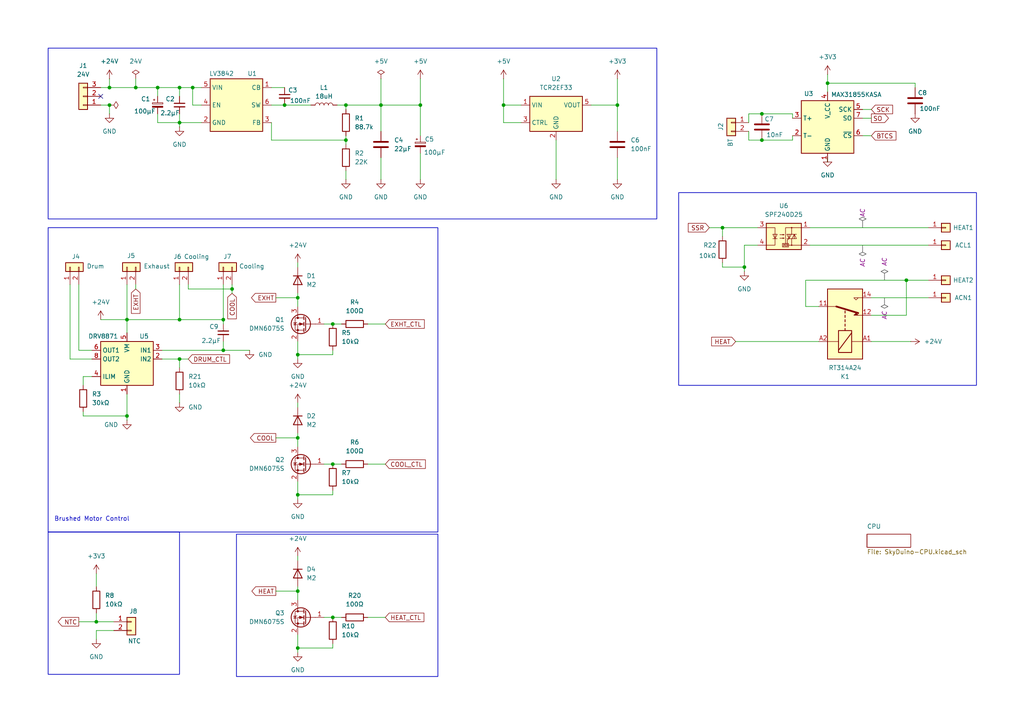
<source format=kicad_sch>
(kicad_sch (version 20231120) (generator "eeschema") (generator_version "8.0")
  (paper "A4")
  (title_block (title "SkyDuino Roaster") (date "2024-05-29") (rev "${RELEASE_VERSION}") (company "Raz-1") (comment 2 "${COMMIT_DATE_LONG}") (comment 3 "${COMMIT_HASH}"))
  (junction (at 31.75 25.4))
  (junction (at 64.77 92.71))
  (junction (at 55.88 25.4))
  (junction (at 146.05 30.48))
  (junction (at 110.49 30.48))
  (junction (at 86.36 171.45))
  (junction (at 100.33 30.48))
  (junction (at 82.55 30.48))
  (junction (at 52.07 92.71))
  (junction (at 86.36 143.51))
  (junction (at 121.92 30.48))
  (junction (at 215.9 77.47))
  (junction (at 36.83 92.71))
  (junction (at 45.72 25.4))
  (junction (at 209.55 66.04))
  (junction (at 27.94 180.34))
  (junction (at 86.36 187.96))
  (junction (at 86.36 86.36))
  (junction (at 31.75 30.48))
  (junction (at 52.07 25.4))
  (junction (at 262.89 81.28))
  (junction (at 179.07 30.48))
  (junction (at 100.33 40.64))
  (junction (at 220.98 40.64))
  (junction (at 96.52 179.07))
  (junction (at 67.31 83.82))
  (junction (at 96.52 134.62))
  (junction (at 240.03 24.13))
  (junction (at 96.52 93.98))
  (junction (at 86.36 102.87))
  (junction (at 36.83 120.65))
  (junction (at 39.37 25.4))
  (junction (at 52.07 104.14))
  (junction (at 220.98 33.02))
  (junction (at 64.77 101.6))
  (junction (at 52.07 35.56))
  (junction (at 86.36 127))
  (no_connect (at 29.21 27.94))
  (wire (pts (xy 100.33 40.64) (xy 100.33 41.91)))
  (wire (pts (xy 26.67 104.14) (xy 20.32 104.14)))
  (wire (pts (xy 22.86 101.6) (xy 26.67 101.6)))
  (wire (pts (xy 262.89 91.44) (xy 262.89 81.28)))
  (wire (pts (xy 234.95 71.12) (xy 269.24 71.12)))
  (wire (pts (xy 100.33 30.48) (xy 100.33 31.75)))
  (wire (pts (xy 22.86 180.34) (xy 27.94 180.34)))
  (wire (pts (xy 24.13 109.22) (xy 24.13 111.76)))
  (wire (pts (xy 252.73 91.44) (xy 262.89 91.44)))
  (wire (pts (xy 265.43 25.4) (xy 265.43 24.13)))
  (wire (pts (xy 265.43 24.13) (xy 240.03 24.13)))
  (wire (pts (xy 179.07 45.72) (xy 179.07 52.07)))
  (wire (pts (xy 78.74 30.48) (xy 82.55 30.48)))
  (wire (pts (xy 233.68 88.9) (xy 233.68 81.28)))
  (wire (pts (xy 252.73 86.36) (xy 269.24 86.36)))
  (wire (pts (xy 52.07 35.56) (xy 58.42 35.56)))
  (wire (pts (xy 86.36 99.06) (xy 86.36 102.87)))
  (wire (pts (xy 80.01 86.36) (xy 86.36 86.36)))
  (wire (pts (xy 72.39 101.6) (xy 64.77 101.6)))
  (wire (pts (xy 52.07 104.14) (xy 52.07 106.68)))
  (wire (pts (xy 215.9 71.12) (xy 215.9 77.47)))
  (wire (pts (xy 67.31 83.82) (xy 54.61 83.82)))
  (wire (pts (xy 24.13 119.38) (xy 24.13 120.65)))
  (wire (pts (xy 97.79 30.48) (xy 100.33 30.48)))
  (wire (pts (xy 215.9 77.47) (xy 215.9 78.74)))
  (wire (pts (xy 209.55 77.47) (xy 215.9 77.47)))
  (wire (pts (xy 29.21 92.71) (xy 36.83 92.71)))
  (wire (pts (xy 93.98 134.62) (xy 96.52 134.62)))
  (wire (pts (xy 58.42 30.48) (xy 55.88 30.48)))
  (wire (pts (xy 86.36 170.18) (xy 86.36 171.45)))
  (wire (pts (xy 121.92 44.45) (xy 121.92 52.07)))
  (wire (pts (xy 86.36 127) (xy 86.36 129.54)))
  (wire (pts (xy 86.36 102.87) (xy 86.36 104.14)))
  (wire (pts (xy 106.68 93.98) (xy 111.76 93.98)))
  (wire (pts (xy 219.71 71.12) (xy 215.9 71.12)))
  (wire (pts (xy 250.19 39.37) (xy 252.73 39.37)))
  (wire (pts (xy 82.55 30.48) (xy 90.17 30.48)))
  (wire (pts (xy 250.19 34.29) (xy 252.73 34.29)))
  (wire (pts (xy 31.75 25.4) (xy 31.75 22.86)))
  (wire (pts (xy 36.83 114.3) (xy 36.83 120.65)))
  (wire (pts (xy 29.21 30.48) (xy 31.75 30.48)))
  (wire (pts (xy 52.07 104.14) (xy 54.61 104.14)))
  (wire (pts (xy 121.92 30.48) (xy 121.92 39.37)))
  (wire (pts (xy 96.52 186.69) (xy 96.52 187.96)))
  (wire (pts (xy 252.73 99.06) (xy 264.16 99.06)))
  (wire (pts (xy 27.94 166.37) (xy 27.94 170.18)))
  (wire (pts (xy 110.49 45.72) (xy 110.49 52.07)))
  (wire (pts (xy 33.02 182.88) (xy 27.94 182.88)))
  (wire (pts (xy 86.36 143.51) (xy 86.36 144.78)))
  (wire (pts (xy 213.36 99.06) (xy 237.49 99.06)))
  (wire (pts (xy 86.36 187.96) (xy 86.36 189.23)))
  (wire (pts (xy 209.55 66.04) (xy 205.74 66.04)))
  (wire (pts (xy 161.29 40.64) (xy 161.29 52.07)))
  (wire (pts (xy 64.77 99.06) (xy 64.77 101.6)))
  (wire (pts (xy 262.89 81.28) (xy 269.24 81.28)))
  (wire (pts (xy 217.17 33.02) (xy 217.17 35.56)))
  (wire (pts (xy 100.33 39.37) (xy 100.33 40.64)))
  (wire (pts (xy 36.83 92.71) (xy 52.07 92.71)))
  (wire (pts (xy 31.75 25.4) (xy 39.37 25.4)))
  (wire (pts (xy 64.77 93.98) (xy 64.77 92.71)))
  (wire (pts (xy 217.17 40.64) (xy 220.98 40.64)))
  (wire (pts (xy 146.05 30.48) (xy 151.13 30.48)))
  (wire (pts (xy 39.37 82.55) (xy 39.37 83.82)))
  (wire (pts (xy 229.87 40.64) (xy 229.87 39.37)))
  (wire (pts (xy 20.32 104.14) (xy 20.32 82.55)))
  (wire (pts (xy 45.72 25.4) (xy 45.72 27.94)))
  (wire (pts (xy 229.87 34.29) (xy 229.87 33.02)))
  (wire (pts (xy 86.36 139.7) (xy 86.36 143.51)))
  (wire (pts (xy 100.33 30.48) (xy 110.49 30.48)))
  (wire (pts (xy 86.36 76.2) (xy 86.36 77.47)))
  (wire (pts (xy 31.75 30.48) (xy 31.75 33.02)))
  (wire (pts (xy 179.07 22.86) (xy 179.07 30.48)))
  (wire (pts (xy 96.52 179.07) (xy 99.06 179.07)))
  (wire (pts (xy 52.07 35.56) (xy 52.07 36.83)))
  (wire (pts (xy 86.36 161.29) (xy 86.36 162.56)))
  (wire (pts (xy 46.99 101.6) (xy 64.77 101.6)))
  (wire (pts (xy 36.83 96.52) (xy 36.83 92.71)))
  (wire (pts (xy 29.21 25.4) (xy 31.75 25.4)))
  (wire (pts (xy 64.77 82.55) (xy 64.77 92.71)))
  (wire (pts (xy 100.33 49.53) (xy 100.33 52.07)))
  (wire (pts (xy 86.36 86.36) (xy 86.36 88.9)))
  (wire (pts (xy 171.45 30.48) (xy 179.07 30.48)))
  (wire (pts (xy 67.31 83.82) (xy 67.31 85.09)))
  (wire (pts (xy 86.36 184.15) (xy 86.36 187.96)))
  (wire (pts (xy 96.52 142.24) (xy 96.52 143.51)))
  (wire (pts (xy 220.98 40.64) (xy 229.87 40.64)))
  (wire (pts (xy 240.03 21.59) (xy 240.03 24.13)))
  (wire (pts (xy 179.07 38.1) (xy 179.07 30.48)))
  (wire (pts (xy 96.52 93.98) (xy 99.06 93.98)))
  (wire (pts (xy 27.94 180.34) (xy 33.02 180.34)))
  (wire (pts (xy 45.72 35.56) (xy 52.07 35.56)))
  (wire (pts (xy 52.07 33.02) (xy 52.07 35.56)))
  (wire (pts (xy 96.52 101.6) (xy 96.52 102.87)))
  (wire (pts (xy 86.36 116.84) (xy 86.36 118.11)))
  (wire (pts (xy 39.37 25.4) (xy 45.72 25.4)))
  (wire (pts (xy 78.74 25.4) (xy 82.55 25.4)))
  (wire (pts (xy 86.36 143.51) (xy 96.52 143.51)))
  (wire (pts (xy 39.37 22.86) (xy 39.37 25.4)))
  (wire (pts (xy 36.83 120.65) (xy 36.83 121.92)))
  (wire (pts (xy 24.13 120.65) (xy 36.83 120.65)))
  (wire (pts (xy 36.83 82.55) (xy 36.83 92.71)))
  (wire (pts (xy 110.49 38.1) (xy 110.49 30.48)))
  (wire (pts (xy 217.17 38.1) (xy 217.17 40.64)))
  (wire (pts (xy 86.36 102.87) (xy 96.52 102.87)))
  (wire (pts (xy 45.72 25.4) (xy 52.07 25.4)))
  (wire (pts (xy 209.55 76.2) (xy 209.55 77.47)))
  (wire (pts (xy 110.49 22.86) (xy 110.49 30.48)))
  (wire (pts (xy 93.98 179.07) (xy 96.52 179.07)))
  (wire (pts (xy 146.05 30.48) (xy 146.05 35.56)))
  (wire (pts (xy 96.52 134.62) (xy 99.06 134.62)))
  (wire (pts (xy 80.01 171.45) (xy 86.36 171.45)))
  (wire (pts (xy 146.05 35.56) (xy 151.13 35.56)))
  (wire (pts (xy 52.07 114.3) (xy 52.07 116.84)))
  (wire (pts (xy 234.95 66.04) (xy 269.24 66.04)))
  (wire (pts (xy 219.71 66.04) (xy 209.55 66.04)))
  (wire (pts (xy 86.36 85.09) (xy 86.36 86.36)))
  (wire (pts (xy 106.68 179.07) (xy 111.76 179.07)))
  (wire (pts (xy 240.03 24.13) (xy 240.03 26.67)))
  (wire (pts (xy 250.19 31.75) (xy 252.73 31.75)))
  (wire (pts (xy 121.92 22.86) (xy 121.92 30.48)))
  (wire (pts (xy 45.72 33.02) (xy 45.72 35.56)))
  (wire (pts (xy 27.94 177.8) (xy 27.94 180.34)))
  (wire (pts (xy 55.88 25.4) (xy 55.88 30.48)))
  (wire (pts (xy 220.98 33.02) (xy 229.87 33.02)))
  (wire (pts (xy 78.74 40.64) (xy 100.33 40.64)))
  (wire (pts (xy 22.86 82.55) (xy 22.86 101.6)))
  (wire (pts (xy 233.68 81.28) (xy 262.89 81.28)))
  (wire (pts (xy 52.07 25.4) (xy 52.07 27.94)))
  (wire (pts (xy 55.88 25.4) (xy 58.42 25.4)))
  (wire (pts (xy 93.98 93.98) (xy 96.52 93.98)))
  (wire (pts (xy 86.36 125.73) (xy 86.36 127)))
  (wire (pts (xy 52.07 82.55) (xy 52.07 92.71)))
  (wire (pts (xy 26.67 109.22) (xy 24.13 109.22)))
  (wire (pts (xy 67.31 82.55) (xy 67.31 83.82)))
  (wire (pts (xy 110.49 30.48) (xy 121.92 30.48)))
  (wire (pts (xy 86.36 171.45) (xy 86.36 173.99)))
  (wire (pts (xy 80.01 127) (xy 86.36 127)))
  (wire (pts (xy 106.68 134.62) (xy 111.76 134.62)))
  (wire (pts (xy 146.05 22.86) (xy 146.05 30.48)))
  (wire (pts (xy 52.07 25.4) (xy 55.88 25.4)))
  (wire (pts (xy 233.68 88.9) (xy 237.49 88.9)))
  (wire (pts (xy 217.17 33.02) (xy 220.98 33.02)))
  (wire (pts (xy 46.99 104.14) (xy 52.07 104.14)))
  (wire (pts (xy 240.03 46.99) (xy 240.03 45.72)))
  (wire (pts (xy 52.07 92.71) (xy 64.77 92.71)))
  (wire (pts (xy 209.55 66.04) (xy 209.55 68.58)))
  (wire (pts (xy 86.36 187.96) (xy 96.52 187.96)))
  (wire (pts (xy 78.74 35.56) (xy 78.74 40.64)))
  (wire (pts (xy 27.94 182.88) (xy 27.94 185.42)))
  (wire (pts (xy 54.61 83.82) (xy 54.61 82.55)))
  (rectangle (start 13.97 66.04) (end 127 154.305) (stroke (width 0.2)))
  (rectangle (start 196.85 55.88) (end 283.21 111.76) (stroke (width 0.2)))
  (rectangle (start 13.97 154.305) (end 52.07 195.58) (stroke (width 0.2)))
  (rectangle (start 13.97 13.97) (end 190.5 63.5) (stroke (width 0.2)))
  (rectangle (start 68.58 154.94) (end 127 196.215) (stroke (width 0.2)))
  (text "Brushed Motor Control\n" (at 26.67 150.622 0) (effects (font (size 1.27 1.27))))
  (global_label "EXHT" (shape input) (at 39.37 83.82 270) (property "Intersheetrefs" "${INTERSHEET_REFS}" (effects (hide yes))))
  (global_label "SSR" (shape input) (at 205.74 66.04 180) (property "Intersheetrefs" "${INTERSHEET_REFS}" (effects (hide yes))))
  (global_label "BTCS" (shape input) (at 252.73 39.37 0) (property "Intersheetrefs" "${INTERSHEET_REFS}" (effects (hide yes))))
  (global_label "NTC" (shape output) (at 22.86 180.34 180) (property "Intersheetrefs" "${INTERSHEET_REFS}" (effects (hide yes))))
  (global_label "COOL_CTL" (shape input) (at 111.76 134.62 0) (property "Intersheetrefs" "${INTERSHEET_REFS}" (effects (hide yes))))
  (global_label "EXHT" (shape output) (at 80.01 86.36 180) (property "Intersheetrefs" "${INTERSHEET_REFS}" (effects (hide yes))))
  (global_label "COOL" (shape output) (at 80.01 127 180) (property "Intersheetrefs" "${INTERSHEET_REFS}" (effects (hide yes))))
  (global_label "EXHT_CTL" (shape input) (at 111.76 93.98 0) (property "Intersheetrefs" "${INTERSHEET_REFS}" (effects (hide yes))))
  (global_label "DRUM_CTL" (shape input) (at 54.61 104.14 0) (property "Intersheetrefs" "${INTERSHEET_REFS}" (effects (hide yes))))
  (global_label "HEAT" (shape input) (at 213.36 99.06 180) (property "Intersheetrefs" "${INTERSHEET_REFS}" (effects (hide yes))))
  (global_label "HEAT" (shape output) (at 80.01 171.45 180) (property "Intersheetrefs" "${INTERSHEET_REFS}" (effects (hide yes))))
  (global_label "SO" (shape output) (at 252.73 34.29 0) (property "Intersheetrefs" "${INTERSHEET_REFS}" (effects (hide yes))))
  (global_label "SCK" (shape input) (at 252.73 31.75 0) (property "Intersheetrefs" "${INTERSHEET_REFS}" (effects (hide yes))))
  (global_label "COOL" (shape input) (at 67.31 85.09 270) (property "Intersheetrefs" "${INTERSHEET_REFS}" (effects (hide yes))))
  (global_label "HEAT_CTL" (shape input) (at 111.76 179.07 0) (property "Intersheetrefs" "${INTERSHEET_REFS}" (effects (hide yes))))
  (netclass_flag "" (length 2.54) (shape diamond) (at 250.19 66.04 0) (property "Netclass" "AC" (at 250.19 60.452 90) (effects (font (italic yes)) (justify right))))
  (netclass_flag "" (length 2.54) (shape diamond) (at 250.19 71.12 180) (property "Netclass" "AC" (at 250.19 77.47 90) (effects (font (italic yes)) (justify left))))
  (netclass_flag "" (length 2.54) (shape diamond) (at 256.54 86.36 180) (property "Netclass" "AC" (at 256.54 92.71 90) (effects (font (italic yes)) (justify left))))
  (netclass_flag "" (length 2.54) (shape diamond) (at 256.54 81.28 0) (property "Netclass" "AC" (at 256.54 77.216 90) (effects (font (italic yes)) (justify left))))
  (symbol (lib_id "Device:R") (at 96.52 182.88 0) (unit 1)
    (property "Reference" "R10" (at 99.06 181.6099 0) (effects (justify left)))
    (property "Value" "10kΩ" (at 99.06 184.1499 0) (effects (justify left)))
    (property "Footprint" "Resistor_SMD:R_0805_2012Metric_Pad1.20x1.40mm_HandSolder" (effects (hide yes)))
    (property "Datasheet" "https://www.yageo.com/upload/media/product/productsearch/datasheet/rchip/PYu-AC_51_RoHS_L_11.pdf" (effects (hide yes)))
    (property "Description" "Resistor" (effects (hide yes)))
    (property "Mouser p/n" "603-AC0805JR-0710KL" (effects (hide yes)))
    (property "Manufacturer p/n" "AC0805JR-0710KL" (effects (hide yes)))
  )
  (symbol (lib_id "power:+24V") (at 86.36 161.29 0) (unit 1)
    (property "Reference" "#PWR015" (effects (hide yes)))
    (property "Value" "+24V" (at 86.36 156.21 0))
    (property "Description" "Power symbol creates a global label with name \"+24V\"" (effects (hide yes)))
  )
  (symbol (lib_id "Driver_Motor:DRV8871DDA") (at 36.83 104.14 0) (mirror y) (unit 1)
    (property "Reference" "U5" (at 43.18 97.536 0) (effects (justify left)))
    (property "Value" "DRV8871" (at 34.29 97.536 0) (effects (justify left)))
    (property "Footprint" "Package_SO:Texas_HTSOP-8-1EP_3.9x4.9mm_P1.27mm_EP2.95x4.9mm_Mask2.4x3.1mm_ThermalVias" (effects (hide yes)))
    (property "Datasheet" "https://www.ti.com/lit/gpn/drv8871" (effects (hide yes)))
    (property "Description" "Brushed DC Motor Driver, PWM Control, 45V, 3.6A, Current limiting, HTSOP-8" (effects (hide yes)))
    (property "Mouser" "https://www.mouser.com/ProductDetail/Texas-Instruments/DRV8871DDA?qs=Fobv33ltQGiluwfB07aSBw%3D%3D" (effects (hide yes)))
    (property "Mouser p/n" "595-DRV8871DDA" (effects (hide yes)))
    (property "Manufacturer p/n" "DRV8871DDA" (effects (hide yes)))
  )
  (symbol (lib_id "Device:R") (at 102.87 134.62 90) (unit 1)
    (property "Reference" "R6" (at 102.87 128.27 90))
    (property "Value" "100Ω" (at 102.87 130.81 90))
    (property "Footprint" "Resistor_SMD:R_0805_2012Metric_Pad1.20x1.40mm_HandSolder" (effects (hide yes)))
    (property "Datasheet" "https://www.mouser.com/datasheet/2/447/PYu_AC_51_RoHS_L_9-3005297.pdf" (effects (hide yes)))
    (property "Description" "Resistor" (effects (hide yes)))
    (property "Mouser p/n" "603-AC0805FR-10100RL" (effects (hide yes)))
    (property "Manufacturer p/n" "AC0805FR-10100RL" (effects (hide yes)))
  )
  (symbol (lib_id "power:+3V3") (at 27.94 166.37 0) (unit 1)
    (property "Reference" "#PWR021" (effects (hide yes)))
    (property "Value" "+3V3" (at 27.94 161.29 0))
    (property "Description" "Power symbol creates a global label with name \"+3V3\"" (effects (hide yes)))
  )
  (symbol (lib_id "Connector_Generic:Conn_01x02") (at 20.32 77.47 90) (unit 1)
    (property "Reference" "J4" (at 20.828 74.422 90) (effects (justify right)))
    (property "Value" "Drum" (at 25.146 77.216 90) (effects (justify right)))
    (property "Footprint" "Connector_JST:JST_XH_B2B-XH-A_1x02_P2.50mm_Vertical" (effects (hide yes)))
    (property "Description" "Generic connector, single row, 01x02, script generated (kicad-library-utils/schlib/autogen/connector/)" (effects (hide yes)))
  )
  (symbol (lib_id "Device:R") (at 209.55 72.39 180) (unit 1)
    (property "Reference" "R22" (at 203.962 71.12 0) (effects (justify right)))
    (property "Value" "10kΩ" (at 202.692 74.168 0) (effects (justify right)))
    (property "Footprint" "Resistor_SMD:R_0805_2012Metric_Pad1.20x1.40mm_HandSolder" (effects (hide yes)))
    (property "Datasheet" "https://www.yageo.com/upload/media/product/productsearch/datasheet/rchip/PYu-AC_51_RoHS_L_11.pdf" (effects (hide yes)))
    (property "Description" "Resistor" (effects (hide yes)))
    (property "Mouser p/n" "603-AC0805JR-0710KL" (effects (hide yes)))
    (property "Manufacturer p/n" "AC0805JR-0710KL" (effects (hide yes)))
  )
  (symbol (lib_id "power:+3V3") (at 240.03 21.59 0) (unit 1)
    (property "Reference" "#PWR02" (effects (hide yes)))
    (property "Value" "+3V3" (at 240.03 16.51 0))
    (property "Description" "Power symbol creates a global label with name \"+3V3\"" (effects (hide yes)))
  )
  (symbol (lib_id "power:GND") (at 27.94 185.42 0) (unit 1)
    (property "Reference" "#PWR025" (effects (hide yes)))
    (property "Value" "GND" (at 27.94 190.5 0))
    (property "Description" "Power symbol creates a global label with name \"GND\" , ground" (effects (hide yes)))
  )
  (symbol (lib_id "power:+3V3") (at 179.07 22.86 0) (unit 1)
    (property "Reference" "#PWR05" (effects (hide yes)))
    (property "Value" "+3V3" (at 179.07 17.78 0))
    (property "Description" "Power symbol creates a global label with name \"+3V3\"" (effects (hide yes)))
  )
  (symbol (lib_id "Relay_SolidState:S102S02") (at 227.33 68.58 0) (unit 1)
    (property "Reference" "U6" (at 227.33 59.69 0))
    (property "Value" "SPF240D25" (at 227.33 62.23 0))
    (property "Footprint" "SSRs:SSR_Crydom_SPF240D25" (effects (hide yes)))
    (property "Datasheet" "https://www.mouser.com/datasheet/2/657/spf_series_ac_pcb_mount_ssr_datasheet-2933860.pdf" (effects (hide yes)))
    (property "Description" "PCB SIP SSR 240VAC /10A, 4-15VDC, ZC" (effects (hide yes)))
    (property "Mouser p/n" "558-SPF240D25" (effects (hide yes)))
    (property "Manufacturer p/n" "SPF240D25" (effects (hide yes)))
  )
  (symbol (lib_id "Relay:RT314A24") (at 245.11 93.98 270) (mirror x) (unit 1)
    (property "Reference" "K1" (at 245.11 109.22 90))
    (property "Value" "RT314A24" (at 245.11 106.68 90))
    (property "Footprint" "Relay_THT:Relay_SPDT_Schrack-RT1-16A-FormC_RM5mm" (effects (hide yes)))
    (property "Datasheet" "https://www.te.com/commerce/DocumentDelivery/DDEController?Action=srchrtrv&DocNm=RT1_bistable&DocType=DS&DocLang=English" (effects (hide yes)))
    (property "Description" "Schrack RT1 relay, bistable single pole dual throw, single DC coil, 24V, IEC 60335-1" (effects (hide yes)))
    (property "Mouser p/n" "655-RT314024" (effects (hide yes)))
    (property "Manufacturer p/n" "RT314024" (effects (hide yes)))
  )
  (symbol (lib_id "power:GND") (at 179.07 52.07 0) (unit 1)
    (property "Reference" "#PWR014" (effects (hide yes)))
    (property "Value" "GND" (at 179.07 57.15 0))
    (property "Description" "Power symbol creates a global label with name \"GND\" , ground" (effects (hide yes)))
  )
  (symbol (lib_id "Device:R") (at 100.33 35.56 0) (unit 1)
    (property "Reference" "R1" (at 102.87 34.2899 0) (effects (justify left)))
    (property "Value" "88.7k" (at 102.87 36.8299 0) (effects (justify left)))
    (property "Footprint" "Resistor_SMD:R_0805_2012Metric_Pad1.20x1.40mm_HandSolder" (effects (hide yes)))
    (property "Datasheet" "https://www.mouser.com/datasheet/2/315/AOA0000C307-1149632.pdf" (effects (hide yes)))
    (property "Description" "Resistor" (effects (hide yes)))
    (property "Mouser" "https://www.mouser.com/ProductDetail/Panasonic/ERA-6AEB8872V" (effects (hide yes)))
    (property "Mouser p/n" "667-ERA-6AEB8872V" (effects (hide yes)))
    (property "Manufacturer p/n" "ERA-6AEB8872V" (effects (hide yes)))
  )
  (symbol (lib_id "Device:C_Small") (at 82.55 27.94 0) (unit 1)
    (property "Reference" "C3" (at 83.566 26.162 0) (effects (justify left)))
    (property "Value" "100nF" (at 84.074 29.21 0) (effects (justify left)))
    (property "Footprint" "Capacitor_SMD:C_0805_2012Metric_Pad1.18x1.45mm_HandSolder" (effects (hide yes)))
    (property "Datasheet" "https://product.tdk.com/system/files/dam/doc/product/capacitor/ceramic/mlcc/catalog/mlcc_commercial_midvoltage_en.pdf" (effects (hide yes)))
    (property "Description" "Unpolarized capacitor, small symbol" (effects (hide yes)))
    (property "Mouser" "https://www.mouser.com/ProductDetail/810-C2012X7R2A104K" (effects (hide yes)))
    (property "Mouser p/n" "810-C2012X7R2A104K" (effects (hide yes)))
    (property "Manufacturer p/n" "C2012X7R2A104K" (effects (hide yes)))
  )
  (symbol (lib_id "Connector_Generic:Conn_01x01") (at 274.32 86.36 0) (mirror x) (unit 1)
    (property "Reference" "ACN1" (at 279.4 86.36 0))
    (property "Value" "QC 19705-4303" (effects (hide yes)))
    (property "Footprint" "Connectors:QuickConnect_Tab_Molex_19705-4303" (effects (hide yes)))
    (property "Datasheet" "https://www.molex.com/content/dam/molex/molex-dot-com/products/automated/en-us/salesdrawingpdf/197/19705/197054303_sd.pdf" (effects (hide yes)))
    (property "Description" "Terminals QUICK DISCONNECT TAB" (effects (hide yes)))
    (property "Mouser p/n" "538-19705-4303" (effects (hide yes)))
    (property "Manufacturer p/n" "19705-4303" (effects (hide yes)))
  )
  (symbol (lib_id "power:GND") (at 110.49 52.07 0) (unit 1)
    (property "Reference" "#PWR011" (effects (hide yes)))
    (property "Value" "GND" (at 110.49 57.15 0))
    (property "Description" "Power symbol creates a global label with name \"GND\" , ground" (effects (hide yes)))
  )
  (symbol (lib_id "Device:R") (at 100.33 45.72 0) (unit 1)
    (property "Reference" "R2" (at 102.87 44.4499 0) (effects (justify left)))
    (property "Value" "22K" (at 102.87 46.9899 0) (effects (justify left)))
    (property "Footprint" "Resistor_SMD:R_0805_2012Metric_Pad1.20x1.40mm_HandSolder" (effects (hide yes)))
    (property "Datasheet" "https://www.mouser.com/datasheet/2/447/PYu_RT_1_to_0_01_RoHS_L_12-3003070.pdf" (effects (hide yes)))
    (property "Description" "Resistor" (effects (hide yes)))
    (property "Mouser p/n" "603-RT0805DRE0722KL" (effects (hide yes)))
    (property "Manufacturer p/n" "RT0805DRE0722KL" (effects (hide yes)))
  )
  (symbol (lib_id "power:GND") (at 36.83 121.92 0) (mirror y) (unit 1)
    (property "Reference" "#PWR026" (effects (hide yes)))
    (property "Value" "GND" (at 34.29 123.1899 0) (effects (justify left)))
    (property "Description" "Power symbol creates a global label with name \"GND\" , ground" (effects (hide yes)))
  )
  (symbol (lib_id "power:GND") (at 100.33 52.07 0) (unit 1)
    (property "Reference" "#PWR010" (effects (hide yes)))
    (property "Value" "GND" (at 100.33 57.15 0))
    (property "Description" "Power symbol creates a global label with name \"GND\" , ground" (effects (hide yes)))
  )
  (symbol (lib_id "power:PWR_FLAG") (at 110.49 22.86 0) (unit 1)
    (property "Reference" "#FLG03" (effects (hide yes)))
    (property "Value" "+5V" (at 110.49 17.78 0))
    (property "Description" "Special symbol for telling ERC where power comes from" (effects (hide yes)))
  )
  (symbol (lib_id "Diode:1N4002") (at 86.36 166.37 270) (unit 1)
    (property "Reference" "D4" (at 88.9 165.0999 90) (effects (justify left)))
    (property "Value" "M2" (at 88.9 167.6399 90) (effects (justify left)))
    (property "Footprint" "Diode_SMD:D_SMA_Handsoldering" (effects (hide yes)))
    (property "Datasheet" "https://diotec.com/request/datasheet/m1.pdf" (effects (hide yes)))
    (property "Description" "100V 1A General Purpose Rectifier Diode, DO-214AC-2" (effects (hide yes)))
    (property "Sim.Device" "D" (effects (hide yes)))
    (property "Sim.Pins" "1=K 2=A" (effects (hide yes)))
    (property "Mouser p/n" "637-M2" (effects (hide yes)))
    (property "Manufacturer p/n" "M2" (effects (hide yes)))
  )
  (symbol (lib_id "Skyduino_Library:LV3842") (at 68.58 30.48 0) (unit 1)
    (property "Reference" "U1" (at 73.152 21.336 0))
    (property "Value" "LV3842" (at 64.262 21.336 0))
    (property "Footprint" "Package_TO_SOT_SMD:SOT-23-6" (effects (hide yes)))
    (property "Datasheet" "https://www.ti.com/lit/ds/symlink/lv3842.pdf" (effects (hide yes)))
    (property "Description" " 4-V to 36-V, 600-mA, Synchronous Step-Down Converter" (effects (hide yes)))
    (property "Mouser p/n" "595-LV3842XFDBVR" (effects (hide yes)))
    (property "Manufacturer p/n" "LV3842XFDBVR" (effects (hide yes)))
    (property "Mouser pn" "595-LV3842XFDBVR" (effects (hide yes)))
  )
  (symbol (lib_id "Connector_Generic:Conn_01x02") (at 64.77 77.47 90) (unit 1)
    (property "Reference" "J7" (at 64.77 74.422 90) (effects (justify right)))
    (property "Value" "Cooling" (at 69.342 77.216 90) (effects (justify right)))
    (property "Footprint" "Connector_JST:JST_XH_B2B-XH-A_1x02_P2.50mm_Vertical" (effects (hide yes)))
    (property "Description" "Generic connector, single row, 01x02, script generated (kicad-library-utils/schlib/autogen/connector/)" (effects (hide yes)))
  )
  (symbol (lib_id "Device:R") (at 24.13 115.57 0) (mirror y) (unit 1)
    (property "Reference" "R3" (at 26.67 114.2999 0) (effects (justify right)))
    (property "Value" "30kΩ" (at 26.67 116.8399 0) (effects (justify right)))
    (property "Footprint" "Resistor_SMD:R_0805_2012Metric_Pad1.20x1.40mm_HandSolder" (effects (hide yes)))
    (property "Datasheet" "https://www.mouser.com/datasheet/2/447/YAGEO_PYu_RC_Group_51_RoHS_L_12-3313492.pdf" (effects (hide yes)))
    (property "Description" "Resistor" (effects (hide yes)))
    (property "Mouser p/n" "603-RC0805FR-0730KL" (effects (hide yes)))
    (property "Manufacturer p/n" "RC0805FR-0730KL" (effects (hide yes)))
  )
  (symbol (lib_id "power:+24V") (at 29.21 92.71 0) (unit 1)
    (property "Reference" "#PWR020" (effects (hide yes)))
    (property "Value" "+24V" (at 29.21 87.63 0))
    (property "Description" "Power symbol creates a global label with name \"+24V\"" (effects (hide yes)))
  )
  (symbol (lib_id "Connector_Generic:Conn_01x01") (at 274.32 71.12 0) (mirror x) (unit 1)
    (property "Reference" "ACL1" (at 279.4 71.12 0))
    (property "Value" "QC 19705-4303" (effects (hide yes)))
    (property "Footprint" "Connectors:QuickConnect_Tab_Molex_19705-4303" (effects (hide yes)))
    (property "Datasheet" "https://www.molex.com/content/dam/molex/molex-dot-com/products/automated/en-us/salesdrawingpdf/197/19705/197054303_sd.pdf" (effects (hide yes)))
    (property "Description" "Terminals QUICK DISCONNECT TAB" (effects (hide yes)))
    (property "Mouser p/n" "538-19705-4303" (effects (hide yes)))
    (property "Manufacturer p/n" "19705-4303" (effects (hide yes)))
  )
  (symbol (lib_id "power:GND") (at 52.07 116.84 0) (mirror y) (unit 1)
    (property "Reference" "#PWR030" (effects (hide yes)))
    (property "Value" "GND" (at 54.61 118.1099 0) (effects (justify right)))
    (property "Description" "Power symbol creates a global label with name \"GND\" , ground" (effects (hide yes)))
  )
  (symbol (lib_id "power:+24V") (at 86.36 116.84 0) (unit 1)
    (property "Reference" "#PWR024" (effects (hide yes)))
    (property "Value" "+24V" (at 86.36 111.76 0))
    (property "Description" "Power symbol creates a global label with name \"+24V\"" (effects (hide yes)))
  )
  (symbol (lib_id "Device:C") (at 220.98 36.83 0) (unit 1)
    (property "Reference" "C7" (at 221.742 34.544 0) (effects (justify left)))
    (property "Value" "10nF" (at 222.25 39.116 0) (effects (justify left)))
    (property "Footprint" "Capacitor_SMD:C_0805_2012Metric_Pad1.18x1.45mm_HandSolder" (effects (hide yes)))
    (property "Datasheet" "https://product.tdk.com/system/files/dam/doc/product/capacitor/ceramic/mlcc/catalog/mlcc_commercial_general_en.pdf?ref_disty=mouser" (effects (hide yes)))
    (property "Description" "Unpolarized capacitor" (effects (hide yes)))
    (property "Mouser" "https://www.mouser.com/ProductDetail/TDK/C2012C0G1H103J060AA?qs=dfay7wIA1uESihXTlxZAiQ%3D%3D" (effects (hide yes)))
    (property "Mouser p/n" "810-C2012C0G1H103J-1" (effects (hide yes)))
    (property "Manufacturer p/n" "C2012C0G1H103J-1" (effects (hide yes)))
  )
  (symbol (lib_id "power:PWR_FLAG") (at 31.75 30.48 270) (unit 1)
    (property "Reference" "#FLG02" (effects (hide yes)))
    (property "Value" "PWR_FLAG" (effects (hide yes)))
    (property "Description" "Special symbol for telling ERC where power comes from" (effects (hide yes)))
  )
  (symbol (lib_id "Device:R") (at 96.52 97.79 0) (unit 1)
    (property "Reference" "R5" (at 99.06 96.5199 0) (effects (justify left)))
    (property "Value" "10kΩ" (at 99.06 99.0599 0) (effects (justify left)))
    (property "Footprint" "Resistor_SMD:R_0805_2012Metric_Pad1.20x1.40mm_HandSolder" (effects (hide yes)))
    (property "Datasheet" "https://www.yageo.com/upload/media/product/productsearch/datasheet/rchip/PYu-AC_51_RoHS_L_11.pdf" (effects (hide yes)))
    (property "Description" "Resistor" (effects (hide yes)))
    (property "Mouser p/n" "603-AC0805JR-0710KL" (effects (hide yes)))
    (property "Manufacturer p/n" "AC0805JR-0710KL" (effects (hide yes)))
  )
  (symbol (lib_id "Device:R") (at 102.87 179.07 90) (unit 1)
    (property "Reference" "R20" (at 102.87 172.72 90))
    (property "Value" "100Ω" (at 102.87 175.26 90))
    (property "Footprint" "Resistor_SMD:R_0805_2012Metric_Pad1.20x1.40mm_HandSolder" (effects (hide yes)))
    (property "Datasheet" "https://www.mouser.com/datasheet/2/447/PYu_AC_51_RoHS_L_9-3005297.pdf" (effects (hide yes)))
    (property "Description" "Resistor" (effects (hide yes)))
    (property "Mouser p/n" "603-AC0805FR-10100RL" (effects (hide yes)))
    (property "Manufacturer p/n" "AC0805FR-10100RL" (effects (hide yes)))
  )
  (symbol (lib_id "Connector_Generic:Conn_01x01") (at 274.32 66.04 0) (mirror x) (unit 1)
    (property "Reference" "HEAT1" (at 279.4 66.04 0))
    (property "Value" "QC 19705-4303" (effects (hide yes)))
    (property "Footprint" "Connectors:QuickConnect_Tab_Molex_19705-4303" (effects (hide yes)))
    (property "Datasheet" "https://www.molex.com/content/dam/molex/molex-dot-com/products/automated/en-us/salesdrawingpdf/197/19705/197054303_sd.pdf" (effects (hide yes)))
    (property "Description" "Terminals QUICK DISCONNECT TAB" (effects (hide yes)))
    (property "Mouser p/n" "538-19705-4303" (effects (hide yes)))
    (property "Manufacturer p/n" "19705-4303" (effects (hide yes)))
  )
  (symbol (lib_id "Diode:1N4002") (at 86.36 121.92 270) (unit 1)
    (property "Reference" "D2" (at 88.9 120.6499 90) (effects (justify left)))
    (property "Value" "M2" (at 88.9 123.1899 90) (effects (justify left)))
    (property "Footprint" "Diode_SMD:D_SMA_Handsoldering" (effects (hide yes)))
    (property "Datasheet" "https://diotec.com/request/datasheet/m1.pdf" (effects (hide yes)))
    (property "Description" "100V 1A General Purpose Rectifier Diode, DO-214AC-2" (effects (hide yes)))
    (property "Sim.Device" "D" (effects (hide yes)))
    (property "Sim.Pins" "1=K 2=A" (effects (hide yes)))
    (property "Mouser p/n" "637-M2" (effects (hide yes)))
    (property "Manufacturer p/n" "M2" (effects (hide yes)))
  )
  (symbol (lib_id "Device:C") (at 265.43 29.21 0) (unit 1)
    (property "Reference" "C8" (at 266.192 26.924 0) (effects (justify left)))
    (property "Value" "100nF" (at 266.7 31.496 0) (effects (justify left)))
    (property "Footprint" "Capacitor_SMD:C_0805_2012Metric_Pad1.18x1.45mm_HandSolder" (effects (hide yes)))
    (property "Datasheet" "https://product.tdk.com/system/files/dam/doc/product/capacitor/ceramic/mlcc/catalog/mlcc_commercial_midvoltage_en.pdf" (effects (hide yes)))
    (property "Description" "Unpolarized capacitor" (effects (hide yes)))
    (property "Mouser" "https://www.mouser.com/ProductDetail/810-C2012X7R2A104K" (effects (hide yes)))
    (property "Mouser p/n" "810-C2012X7R2A104K" (effects (hide yes)))
    (property "Manufacturer p/n" "C2012X7R2A104K" (effects (hide yes)))
  )
  (symbol (lib_id "Device:R") (at 52.07 110.49 0) (unit 1)
    (property "Reference" "R21" (at 54.61 109.2199 0) (effects (justify left)))
    (property "Value" "10kΩ" (at 54.61 111.7599 0) (effects (justify left)))
    (property "Footprint" "Resistor_SMD:R_0805_2012Metric_Pad1.20x1.40mm_HandSolder" (effects (hide yes)))
    (property "Datasheet" "https://www.yageo.com/upload/media/product/productsearch/datasheet/rchip/PYu-AC_51_RoHS_L_11.pdf" (effects (hide yes)))
    (property "Description" "Resistor" (effects (hide yes)))
    (property "Mouser p/n" "603-AC0805JR-0710KL" (effects (hide yes)))
    (property "Manufacturer p/n" "AC0805JR-0710KL" (effects (hide yes)))
  )
  (symbol (lib_id "Connector_Generic:Conn_01x03") (at 24.13 27.94 180) (unit 1)
    (property "Reference" "J1" (at 24.13 19.05 0))
    (property "Value" "24V" (at 24.13 21.59 0))
    (property "Footprint" "Connector_JST:JST_XH_B3B-XH-A_1x03_P2.50mm_Vertical" (effects (hide yes)))
    (property "Description" "Generic connector, single row, 01x03, script generated (kicad-library-utils/schlib/autogen/connector/)" (effects (hide yes)))
  )
  (symbol (lib_id "Connector_Generic:Conn_01x02") (at 212.09 35.56 0) (mirror y) (unit 1)
    (property "Reference" "J2" (at 209.042 35.56 90) (effects (justify right)))
    (property "Value" "BT" (at 211.836 40.132 90) (effects (justify right)))
    (property "Footprint" "Connectors:KF7.62_2P" (effects (hide yes)))
    (property "Description" "Generic connector, single row, 01x02, script generated (kicad-library-utils/schlib/autogen/connector/)" (effects (hide yes)))
  )
  (symbol (lib_id "power:GND") (at 215.9 78.74 0) (mirror y) (unit 1)
    (property "Reference" "#PWR057" (effects (hide yes)))
    (property "Value" "GND" (at 215.9 83.82 0))
    (property "Description" "Power symbol creates a global label with name \"GND\" , ground" (effects (hide yes)))
  )
  (symbol (lib_id "Device:C_Small") (at 52.07 30.48 0) (unit 1)
    (property "Reference" "C2" (at 48.006 28.702 0) (effects (justify left)))
    (property "Value" "2.2µF" (at 46.482 32.766 0) (effects (justify left)))
    (property "Footprint" "Capacitor_SMD:C_0805_2012Metric_Pad1.18x1.45mm_HandSolder" (effects (hide yes)))
    (property "Datasheet" "https://www.mouser.com/datasheet/2/585/MLCC-1837944.pdf" (effects (hide yes)))
    (property "Description" "100V 2.2uF X7R 1210 10 %" (effects (hide yes)))
    (property "Mouser" "https://www.mouser.com/ProductDetail/TAIYO-YUDEN/HMK325B7225KM-P" (effects (hide yes)))
    (property "Mouser p/n" "187-CL21B225KPFNNNF" (effects (hide yes)))
    (property "Manufacturer p/n" "CL21B225KPFNNNF" (effects (hide yes)))
  )
  (symbol (lib_id "power:GND") (at 121.92 52.07 0) (unit 1)
    (property "Reference" "#PWR012" (effects (hide yes)))
    (property "Value" "GND" (at 121.92 57.15 0))
    (property "Description" "Power symbol creates a global label with name \"GND\" , ground" (effects (hide yes)))
  )
  (symbol (lib_id "Connector_Generic:Conn_01x02") (at 36.83 77.47 90) (unit 1)
    (property "Reference" "J5" (at 36.83 74.168 90) (effects (justify right)))
    (property "Value" "Exhaust" (at 41.656 77.216 90) (effects (justify right)))
    (property "Footprint" "Connector_JST:JST_XH_B2B-XH-A_1x02_P2.50mm_Vertical" (effects (hide yes)))
    (property "Description" "Generic connector, single row, 01x02, script generated (kicad-library-utils/schlib/autogen/connector/)" (effects (hide yes)))
  )
  (symbol (lib_id "Device:R") (at 96.52 138.43 0) (unit 1)
    (property "Reference" "R7" (at 99.06 137.1599 0) (effects (justify left)))
    (property "Value" "10kΩ" (at 99.06 139.6999 0) (effects (justify left)))
    (property "Footprint" "Resistor_SMD:R_0805_2012Metric_Pad1.20x1.40mm_HandSolder" (effects (hide yes)))
    (property "Datasheet" "https://www.yageo.com/upload/media/product/productsearch/datasheet/rchip/PYu-AC_51_RoHS_L_11.pdf" (effects (hide yes)))
    (property "Description" "Resistor" (effects (hide yes)))
    (property "Mouser p/n" "603-AC0805JR-0710KL" (effects (hide yes)))
    (property "Manufacturer p/n" "AC0805JR-0710KL" (effects (hide yes)))
  )
  (symbol (lib_id "Diode:1N4002") (at 86.36 81.28 270) (unit 1)
    (property "Reference" "D1" (at 88.9 80.0099 90) (effects (justify left)))
    (property "Value" "M2" (at 88.9 82.5499 90) (effects (justify left)))
    (property "Footprint" "Diode_SMD:D_SMA_Handsoldering" (effects (hide yes)))
    (property "Datasheet" "https://diotec.com/request/datasheet/m1.pdf" (effects (hide yes)))
    (property "Description" "100V 1A General Purpose Rectifier Diode, DO-214AC-2" (effects (hide yes)))
    (property "Sim.Device" "D" (effects (hide yes)))
    (property "Sim.Pins" "1=K 2=A" (effects (hide yes)))
    (property "Mouser p/n" "637-M2" (effects (hide yes)))
    (property "Manufacturer p/n" "M2" (effects (hide yes)))
  )
  (symbol (lib_id "power:GND") (at 72.39 101.6 0) (mirror y) (unit 1)
    (property "Reference" "#PWR022" (effects (hide yes)))
    (property "Value" "GND" (at 74.93 102.8699 0) (effects (justify right)))
    (property "Description" "Power symbol creates a global label with name \"GND\" , ground" (effects (hide yes)))
  )
  (symbol (lib_id "Connector_Generic:Conn_01x02") (at 52.07 77.47 90) (unit 1)
    (property "Reference" "J6" (at 50.292 74.422 90) (effects (justify right)))
    (property "Value" "Cooling" (at 53.34 74.422 90) (effects (justify right)))
    (property "Footprint" "Connector_JST:JST_XH_B2B-XH-A_1x02_P2.50mm_Vertical" (effects (hide yes)))
    (property "Description" "Generic connector, single row, 01x02, script generated (kicad-library-utils/schlib/autogen/connector/)" (effects (hide yes)))
  )
  (symbol (lib_id "Connector_Generic:Conn_01x02") (at 38.1 180.34 0) (unit 1)
    (property "Reference" "J8" (at 39.878 177.292 0) (effects (justify right)))
    (property "Value" "NTC" (at 40.894 185.928 0) (effects (justify right)))
    (property "Footprint" "Connector_JST:JST_XH_B2B-XH-A_1x02_P2.50mm_Vertical" (effects (hide yes)))
    (property "Description" "Generic connector, single row, 01x02, script generated (kicad-library-utils/schlib/autogen/connector/)" (effects (hide yes)))
  )
  (symbol (lib_id "Device:L") (at 93.98 30.48 90) (unit 1)
    (property "Reference" "L1" (at 93.98 25.4 90))
    (property "Value" "18uH" (at 93.98 27.94 90))
    (property "Footprint" "Inductor_Bourns:L_Bourns_SRN3015BTA" (effects (hide yes)))
    (property "Datasheet" "https://www.mouser.com/datasheet/2/54/Bourns_08042023_SRN3015BTA_datasheet-3305912.pdf" (effects (hide yes)))
    (property "Description" "Inductor" (effects (hide yes)))
    (property "Mouser" "https://www.mouser.com/ProductDetail/Bourns/SRN3015BTA-180M" (effects (hide yes)))
    (property "Mouser p/n" "652-SRN3015BTA-180M" (effects (hide yes)))
    (property "Manufacturer p/n" "SRN3015BTA-180M" (effects (hide yes)))
  )
  (symbol (lib_id "Device:C_Small") (at 64.77 96.52 0) (unit 1)
    (property "Reference" "C9" (at 60.706 94.742 0) (effects (justify left)))
    (property "Value" "2.2µF" (at 58.42 98.806 0) (effects (justify left)))
    (property "Footprint" "Capacitor_SMD:C_0805_2012Metric_Pad1.18x1.45mm_HandSolder" (effects (hide yes)))
    (property "Datasheet" "https://www.mouser.com/datasheet/2/585/MLCC-1837944.pdf" (effects (hide yes)))
    (property "Description" "Unpolarized capacitor, small symbol" (effects (hide yes)))
    (property "Mouser" "https://www.mouser.com/ProductDetail/TAIYO-YUDEN/HMK325B7225KM-P" (effects (hide yes)))
    (property "Mouser p/n" "187-CL21B225KPFNNNF" (effects (hide yes)))
    (property "Manufacturer p/n" "CL21B225KPFNNNF" (effects (hide yes)))
  )
  (symbol (lib_id "power:GND") (at 161.29 52.07 0) (unit 1)
    (property "Reference" "#PWR013" (effects (hide yes)))
    (property "Value" "GND" (at 161.29 57.15 0))
    (property "Description" "Power symbol creates a global label with name \"GND\" , ground" (effects (hide yes)))
  )
  (symbol (lib_id "power:+5V") (at 121.92 22.86 0) (unit 1)
    (property "Reference" "#PWR04" (effects (hide yes)))
    (property "Value" "+5V" (at 121.92 17.78 0))
    (property "Description" "Power symbol creates a global label with name \"+5V\"" (effects (hide yes)))
  )
  (symbol (lib_id "power:GND") (at 31.75 33.02 0) (unit 1)
    (property "Reference" "#PWR06" (effects (hide yes)))
    (property "Value" "GND" (at 31.75 38.1 0))
    (property "Description" "Power symbol creates a global label with name \"GND\" , ground" (effects (hide yes)))
  )
  (symbol (lib_id "Sensor_Temperature:MAX31855KASA") (at 240.03 36.83 0) (unit 1)
    (property "Reference" "U3" (at 233.172 27.178 0) (effects (justify left)))
    (property "Value" "MAX31855KASA" (at 241.046 27.432 0) (effects (justify left)))
    (property "Footprint" "Package_SO:SOIC-8_3.9x4.9mm_P1.27mm" (effects (hide yes)))
    (property "Datasheet" "https://www.mouser.com/datasheet/2/609/MAX31855-3128071.pdf" (effects (hide yes)))
    (property "Description" "Cold Junction K-type Termocouple Interface, SPI, SO8" (effects (hide yes)))
    (property "Mouser p/n" "700-MAX31855KASA+T" (effects (hide yes)))
    (property "Manufacturer p/n" "MAX31855KASA+T" (effects (hide yes)))
  )
  (symbol (lib_id "Transistor_FET:DMN6075S") (at 88.9 134.62 0) (mirror y) (unit 1)
    (property "Reference" "Q2" (at 82.55 133.3499 0) (effects (justify left)))
    (property "Value" "DMN6075S" (at 82.55 135.8899 0) (effects (justify left)))
    (property "Footprint" "Package_TO_SOT_SMD:SOT-23" (effects (hide yes)))
    (property "Datasheet" "http://www.diodes.com/assets/Datasheets/DMN6075S.pdf" (effects (hide yes)))
    (property "Description" "2.5A Id, 60V Vds, N-Channel MOSFET, SOT-23" (effects (hide yes)))
    (property "Mouser p/n" "621-DMN6075S-7" (effects (hide yes)))
    (property "Manufacturer p/n" "DMN6075S-7" (effects (hide yes)))
  )
  (symbol (lib_id "power:GND") (at 240.03 45.72 0) (unit 1)
    (property "Reference" "#PWR09" (effects (hide yes)))
    (property "Value" "GND" (at 240.03 50.8 0))
    (property "Description" "Power symbol creates a global label with name \"GND\" , ground" (effects (hide yes)))
  )
  (symbol (lib_id "Transistor_FET:DMN6075S") (at 88.9 93.98 0) (mirror y) (unit 1)
    (property "Reference" "Q1" (at 82.55 92.7099 0) (effects (justify left)))
    (property "Value" "DMN6075S" (at 82.55 95.2499 0) (effects (justify left)))
    (property "Footprint" "Package_TO_SOT_SMD:SOT-23" (effects (hide yes)))
    (property "Datasheet" "http://www.diodes.com/assets/Datasheets/DMN6075S.pdf" (effects (hide yes)))
    (property "Description" "2.5A Id, 60V Vds, N-Channel MOSFET, SOT-23" (effects (hide yes)))
    (property "Mouser p/n" "621-DMN6075S-7" (effects (hide yes)))
    (property "Manufacturer p/n" "DMN6075S-7" (effects (hide yes)))
  )
  (symbol (lib_id "Device:C_Polarized_Small") (at 45.72 30.48 0) (unit 1)
    (property "Reference" "C1" (at 40.894 28.702 0) (effects (justify left)))
    (property "Value" "100µF" (at 38.862 32.258 0) (effects (justify left)))
    (property "Footprint" "Capacitor_THT:CP_Radial_D10.0mm_P5.00mm" (effects (hide yes)))
    (property "Datasheet" "https://www.mouser.com/datasheet/2/315/ABA0000C1218-1131230.pdf" (effects (hide yes)))
    (property "Description" "Polarized capacitor, small symbol" (effects (hide yes)))
    (property "Mouser" "https://www.mouser.com/ProductDetail/Panasonic/ECA-2AM101" (effects (hide yes)))
    (property "Mouser p/n" "667-ECA-2AM101" (effects (hide yes)))
    (property "Manufacturer p/n" "ECA-2AM101" (effects (hide yes)))
  )
  (symbol (lib_id "power:GND") (at 86.36 104.14 0) (unit 1)
    (property "Reference" "#PWR023" (effects (hide yes)))
    (property "Value" "GND" (at 86.36 109.22 0))
    (property "Description" "Power symbol creates a global label with name \"GND\" , ground" (effects (hide yes)))
  )
  (symbol (lib_id "Device:R") (at 27.94 173.99 0) (unit 1)
    (property "Reference" "R8" (at 30.48 172.7199 0) (effects (justify left)))
    (property "Value" "10kΩ" (at 30.48 175.2599 0) (effects (justify left)))
    (property "Footprint" "Resistor_SMD:R_0805_2012Metric_Pad1.20x1.40mm_HandSolder" (effects (hide yes)))
    (property "Datasheet" "https://www.yageo.com/upload/media/product/productsearch/datasheet/rchip/PYu-AC_51_RoHS_L_11.pdf" (effects (hide yes)))
    (property "Description" "Resistor" (effects (hide yes)))
    (property "Mouser p/n" "603-AC0805JR-0710KL" (effects (hide yes)))
    (property "Manufacturer p/n" "AC0805JR-0710KL" (effects (hide yes)))
  )
  (symbol (lib_id "power:GND") (at 86.36 189.23 0) (unit 1)
    (property "Reference" "#PWR016" (effects (hide yes)))
    (property "Value" "GND" (at 86.36 194.31 0))
    (property "Description" "Power symbol creates a global label with name \"GND\" , ground" (effects (hide yes)))
  )
  (symbol (lib_id "power:GND") (at 86.36 144.78 0) (unit 1)
    (property "Reference" "#PWR031" (effects (hide yes)))
    (property "Value" "GND" (at 86.36 149.86 0))
    (property "Description" "Power symbol creates a global label with name \"GND\" , ground" (effects (hide yes)))
  )
  (symbol (lib_id "Device:C") (at 110.49 41.91 0) (unit 1)
    (property "Reference" "C4" (at 114.3 40.6399 0) (effects (justify left)))
    (property "Value" "22µF" (at 114.3 43.1799 0) (effects (justify left)))
    (property "Footprint" "Capacitor_SMD:C_0805_2012Metric_Pad1.18x1.45mm_HandSolder" (effects (hide yes)))
    (property "Datasheet" "https://product.tdk.com/system/files/dam/doc/product/capacitor/ceramic/mlcc/catalog/mlcc_commercial_general_en.pdf" (effects (hide yes)))
    (property "Description" "Unpolarized capacitor" (effects (hide yes)))
    (property "Mouser" "https://www.mouser.com/ProductDetail/TDK/C2012X5R1V226M125AC" (effects (hide yes)))
    (property "Mouser p/n" "810-C2012X5R1V226MAC" (effects (hide yes)))
    (property "Manufacturer p/n" "C2012X5R1V226MAC" (effects (hide yes)))
  )
  (symbol (lib_id "Device:C") (at 179.07 41.91 0) (unit 1)
    (property "Reference" "C6" (at 182.88 40.6399 0) (effects (justify left)))
    (property "Value" "100nF" (at 182.88 43.1799 0) (effects (justify left)))
    (property "Footprint" "Capacitor_SMD:C_0805_2012Metric_Pad1.18x1.45mm_HandSolder" (effects (hide yes)))
    (property "Datasheet" "https://product.tdk.com/system/files/dam/doc/product/capacitor/ceramic/mlcc/catalog/mlcc_commercial_midvoltage_en.pdf" (effects (hide yes)))
    (property "Description" "Unpolarized capacitor" (effects (hide yes)))
    (property "Mouser" "https://www.mouser.com/ProductDetail/810-C2012X7R2A104K" (effects (hide yes)))
    (property "Mouser p/n" "810-C2012X7R2A104K" (effects (hide yes)))
    (property "Manufacturer p/n" "C2012X7R2A104K" (effects (hide yes)))
  )
  (symbol (lib_id "power:+24V") (at 31.75 22.86 0) (unit 1)
    (property "Reference" "#PWR03" (effects (hide yes)))
    (property "Value" "+24V" (at 31.75 17.78 0))
    (property "Description" "Power symbol creates a global label with name \"+24V\"" (effects (hide yes)))
  )
  (symbol (lib_id "Device:C_Polarized_Small") (at 121.92 41.91 0) (unit 1)
    (property "Reference" "C5" (at 123.19 40.386 0) (effects (justify left)))
    (property "Value" "100µF" (at 122.936 44.196 0) (effects (justify left)))
    (property "Footprint" "Capacitor_THT:CP_Radial_D10.0mm_P5.00mm" (effects (hide yes)))
    (property "Datasheet" "https://www.mouser.com/datasheet/2/315/ABA0000C1218-1131230.pdf" (effects (hide yes)))
    (property "Description" "Polarized capacitor, small symbol" (effects (hide yes)))
    (property "Mouser" "https://www.mouser.com/ProductDetail/Panasonic/ECA-2AM101" (effects (hide yes)))
    (property "Mouser p/n" "667-ECA-2AM101" (effects (hide yes)))
    (property "Manufacturer p/n" "ECA-2AM101" (effects (hide yes)))
  )
  (symbol (lib_id "Device:R") (at 102.87 93.98 90) (unit 1)
    (property "Reference" "R4" (at 102.87 87.63 90))
    (property "Value" "100Ω" (at 102.87 90.17 90))
    (property "Footprint" "Resistor_SMD:R_0805_2012Metric_Pad1.20x1.40mm_HandSolder" (effects (hide yes)))
    (property "Datasheet" "https://www.mouser.com/datasheet/2/447/PYu_AC_51_RoHS_L_9-3005297.pdf" (effects (hide yes)))
    (property "Description" "Resistor" (effects (hide yes)))
    (property "Mouser p/n" "603-AC0805FR-10100RL" (effects (hide yes)))
    (property "Manufacturer p/n" "AC0805FR-10100RL" (effects (hide yes)))
  )
  (symbol (lib_id "power:+24V") (at 264.16 99.06 270) (mirror x) (unit 1)
    (property "Reference" "#PWR018" (effects (hide yes)))
    (property "Value" "+24V" (at 267.97 99.0599 90) (effects (justify left)))
    (property "Description" "Power symbol creates a global label with name \"+24V\"" (effects (hide yes)))
  )
  (symbol (lib_id "power:GND") (at 52.07 36.83 0) (unit 1)
    (property "Reference" "#PWR08" (effects (hide yes)))
    (property "Value" "GND" (at 52.07 41.91 0))
    (property "Description" "Power symbol creates a global label with name \"GND\" , ground" (effects (hide yes)))
  )
  (symbol (lib_id "power:GND") (at 265.43 33.02 0) (unit 1)
    (property "Reference" "#PWR07" (effects (hide yes)))
    (property "Value" "GND" (at 265.43 38.1 0))
    (property "Description" "Power symbol creates a global label with name \"GND\" , ground" (effects (hide yes)))
  )
  (symbol (lib_id "Transistor_FET:DMN6075S") (at 88.9 179.07 0) (mirror y) (unit 1)
    (property "Reference" "Q3" (at 82.55 177.7999 0) (effects (justify left)))
    (property "Value" "DMN6075S" (at 82.55 180.3399 0) (effects (justify left)))
    (property "Footprint" "Package_TO_SOT_SMD:SOT-23" (effects (hide yes)))
    (property "Datasheet" "http://www.diodes.com/assets/Datasheets/DMN6075S.pdf" (effects (hide yes)))
    (property "Description" "2.5A Id, 60V Vds, N-Channel MOSFET, SOT-23" (effects (hide yes)))
    (property "Mouser p/n" "621-DMN6075S-7" (effects (hide yes)))
    (property "Manufacturer p/n" "DMN6075S-7" (effects (hide yes)))
  )
  (symbol (lib_id "power:+5V") (at 146.05 22.86 0) (unit 1)
    (property "Reference" "#PWR019" (effects (hide yes)))
    (property "Value" "+5V" (at 146.05 17.78 0))
    (property "Description" "Power symbol creates a global label with name \"+5V\"" (effects (hide yes)))
  )
  (symbol (lib_id "power:+24V") (at 86.36 76.2 0) (unit 1)
    (property "Reference" "#PWR017" (effects (hide yes)))
    (property "Value" "+24V" (at 86.36 71.12 0))
    (property "Description" "Power symbol creates a global label with name \"+24V\"" (effects (hide yes)))
  )
  (symbol (lib_id "power:PWR_FLAG") (at 39.37 22.86 0) (unit 1)
    (property "Reference" "#FLG01" (effects (hide yes)))
    (property "Value" "24V" (at 39.37 17.78 0))
    (property "Description" "Special symbol for telling ERC where power comes from" (effects (hide yes)))
  )
  (symbol (lib_id "Regulator_Linear:TCR2EE10") (at 161.29 33.02 0) (unit 1)
    (property "Reference" "U2" (at 161.29 22.86 0))
    (property "Value" "TCR2EF33" (at 161.29 25.4 0))
    (property "Footprint" "Package_TO_SOT_SMD:SC-74A-5_1.55x2.9mm_P0.95mm" (effects (hide yes)))
    (property "Datasheet" "https://www.mouser.com/datasheet/2/408/TCR2EF10_datasheet_en_20190620-1627699.pdf" (effects (hide yes)))
    (property "Description" "200mA Low-dropout Voltage Regulator, Vout 3.3V, Vin up to 6V, SC-74A" (effects (hide yes)))
    (property "Mouser" "https://www.mouser.com/ProductDetail/757-TCR2EF33LMCT" (effects (hide yes)))
    (property "Mouser p/n" "757-TCR2EF33LMCT" (effects (hide yes)))
    (property "Manufacturer p/n" "TCR2EF33LMCT" (effects (hide yes)))
  )
  (symbol (lib_id "Connector_Generic:Conn_01x01") (at 274.32 81.28 0) (mirror x) (unit 1)
    (property "Reference" "HEAT2" (at 279.4 81.28 0))
    (property "Value" "QC 19705-4303" (effects (hide yes)))
    (property "Footprint" "Connectors:QuickConnect_Tab_Molex_19705-4303" (effects (hide yes)))
    (property "Datasheet" "https://www.molex.com/content/dam/molex/molex-dot-com/products/automated/en-us/salesdrawingpdf/197/19705/197054303_sd.pdf" (effects (hide yes)))
    (property "Description" "Terminals QUICK DISCONNECT TAB" (effects (hide yes)))
    (property "Mouser p/n" "538-19705-4303" (effects (hide yes)))
    (property "Manufacturer p/n" "19705-4303" (effects (hide yes)))
  )
  (sheet (at 251.46 154.94) (size 12.7 3.81) (stroke (width 0.1524))
    (property "Sheetname" "CPU" (at 251.46 153.416 0) (effects (justify left bottom)))
    (property "Sheetfile" "SkyDuino-CPU.kicad_sch" (at 251.46 159.3346 0) (effects (justify left top)))
  )
)
</source>
